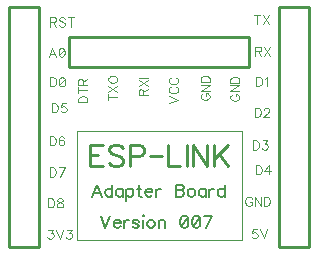
<source format=gbr>
G04 DipTrace 3.0.0.2*
G04 TopSilk.gbr*
%MOIN*%
G04 #@! TF.FileFunction,Legend,Top*
G04 #@! TF.Part,Single*
%ADD10C,0.009843*%
%ADD16C,0.003937*%
%ADD26C,0.004632*%
%ADD27C,0.010807*%
%ADD28C,0.006176*%
%FSLAX26Y26*%
G04*
G70*
G90*
G75*
G01*
G04 TopSilk*
%LPD*%
X1431535Y1219016D2*
D10*
Y419016D1*
X1331535Y1219016D2*
X1431535D1*
X1331535D2*
Y419016D1*
X1431535D1*
X631535Y1019016D2*
X1231535D1*
X631535Y1119016D2*
X1231535D1*
X631535Y1019016D2*
Y1119016D1*
X1231535Y1019016D2*
Y1119016D1*
X431535Y419016D2*
Y1219016D1*
X531535Y419016D2*
X431535D1*
X531535D2*
Y1219016D1*
X431535D1*
X656535Y806516D2*
D16*
X1206535D1*
Y444016D1*
X656535D1*
Y806516D1*
X569132Y1171201D2*
D26*
X582032D1*
X586343Y1172660D1*
X587802Y1174086D1*
X589228Y1176938D1*
Y1179823D1*
X587802Y1182675D1*
X586343Y1184134D1*
X582032Y1185560D1*
X569132D1*
Y1155416D1*
X579180Y1171201D2*
X589228Y1155416D1*
X618588Y1181249D2*
X615736Y1184134D1*
X611425Y1185560D1*
X605688D1*
X601377Y1184134D1*
X598492Y1181249D1*
Y1178397D1*
X599951Y1175512D1*
X601377Y1174086D1*
X604229Y1172660D1*
X612851Y1169775D1*
X615736Y1168349D1*
X617162Y1166890D1*
X618588Y1164038D1*
Y1159727D1*
X615736Y1156875D1*
X611425Y1155416D1*
X605688D1*
X601377Y1156875D1*
X598492Y1159727D1*
X637899Y1185560D2*
Y1155416D1*
X627851Y1185560D2*
X647947D1*
X562517Y478527D2*
X578269D1*
X569680Y467053D1*
X573991D1*
X576843Y465627D1*
X578269Y464201D1*
X579728Y459890D1*
Y457038D1*
X578269Y452727D1*
X575417Y449842D1*
X571106Y448416D1*
X566795D1*
X562517Y449842D1*
X561091Y451301D1*
X559632Y454153D1*
X588992Y478560D2*
X600466Y448416D1*
X611940Y478560D1*
X624088Y478527D2*
X639840D1*
X631251Y467053D1*
X635562D1*
X638414Y465627D1*
X639840Y464201D1*
X641299Y459890D1*
Y457038D1*
X639840Y452727D1*
X636988Y449842D1*
X632677Y448416D1*
X628366D1*
X624088Y449842D1*
X622662Y451301D1*
X621203Y454153D1*
X1252632Y1073201D2*
X1265532D1*
X1269843Y1074660D1*
X1271302Y1076086D1*
X1272728Y1078938D1*
Y1081823D1*
X1271302Y1084675D1*
X1269843Y1086134D1*
X1265532Y1087560D1*
X1252632D1*
Y1057416D1*
X1262680Y1073201D2*
X1272728Y1057416D1*
X1281992Y1087560D2*
X1302088Y1057416D1*
Y1087560D2*
X1281992Y1057416D1*
X1258680Y1192560D2*
Y1162416D1*
X1248632Y1192560D2*
X1268728D1*
X1277992D2*
X1298088Y1162416D1*
Y1192560D2*
X1277992Y1162416D1*
X1241154Y580397D2*
X1239728Y583249D1*
X1236843Y586134D1*
X1233991Y587560D1*
X1228254D1*
X1225369Y586134D1*
X1222517Y583249D1*
X1221058Y580397D1*
X1219632Y576086D1*
Y568890D1*
X1221058Y564612D1*
X1222517Y561727D1*
X1225369Y558875D1*
X1228254Y557416D1*
X1233991D1*
X1236843Y558875D1*
X1239728Y561727D1*
X1241154Y564612D1*
Y568890D1*
X1233991D1*
X1270514Y587560D2*
Y557416D1*
X1250418Y587560D1*
Y557416D1*
X1279777Y587560D2*
Y557416D1*
X1289825D1*
X1294136Y558875D1*
X1297021Y561727D1*
X1298447Y564612D1*
X1299873Y568890D1*
Y576086D1*
X1298447Y580397D1*
X1297021Y583249D1*
X1294136Y586134D1*
X1289825Y587560D1*
X1279777D1*
X1176536Y929582D2*
X1173684Y928156D1*
X1170799Y925271D1*
X1169373Y922419D1*
Y916682D1*
X1170799Y913797D1*
X1173684Y910945D1*
X1176536Y909486D1*
X1180847Y908060D1*
X1188043D1*
X1192321Y909486D1*
X1195206Y910945D1*
X1198058Y913797D1*
X1199517Y916682D1*
Y922419D1*
X1198058Y925271D1*
X1195206Y928156D1*
X1192321Y929582D1*
X1188043D1*
Y922419D1*
X1169373Y958942D2*
X1199517Y958941D1*
X1169373Y938846D1*
X1199517D1*
X1169373Y968205D2*
X1199517D1*
Y978253D1*
X1198058Y982564D1*
X1195206Y985449D1*
X1192321Y986875D1*
X1188043Y988301D1*
X1180847D1*
X1176536Y986875D1*
X1173684Y985449D1*
X1170799Y982564D1*
X1169373Y978253D1*
Y968205D1*
X1077536Y932582D2*
X1074684Y931156D1*
X1071799Y928271D1*
X1070373Y925419D1*
Y919682D1*
X1071799Y916797D1*
X1074684Y913945D1*
X1077536Y912486D1*
X1081847Y911060D1*
X1089043D1*
X1093321Y912486D1*
X1096206Y913945D1*
X1099058Y916797D1*
X1100517Y919682D1*
Y925419D1*
X1099058Y928271D1*
X1096206Y931156D1*
X1093321Y932582D1*
X1089043D1*
Y925419D1*
X1070373Y961942D2*
X1100517Y961941D1*
X1070373Y941846D1*
X1100517D1*
X1070373Y971205D2*
X1100517D1*
Y981253D1*
X1099058Y985564D1*
X1096206Y988449D1*
X1093321Y989875D1*
X1089043Y991301D1*
X1081847D1*
X1077536Y989875D1*
X1074684Y988449D1*
X1071799Y985564D1*
X1070373Y981253D1*
Y971205D1*
X964512Y900421D2*
X994657Y911895D1*
X964513Y923369D1*
X971675Y954154D2*
X968824Y952728D1*
X965939Y949843D1*
X964513Y946991D1*
Y941254D1*
X965939Y938369D1*
X968824Y935517D1*
X971675Y934058D1*
X975987Y932632D1*
X983183D1*
X987460Y934058D1*
X990346Y935517D1*
X993197Y938369D1*
X994657Y941254D1*
Y946991D1*
X993197Y949843D1*
X990346Y952728D1*
X987460Y954154D1*
X971675Y984940D2*
X968824Y983514D1*
X965938Y980629D1*
X964513Y977777D1*
Y972040D1*
X965938Y969155D1*
X968824Y966303D1*
X971675Y964844D1*
X975986Y963418D1*
X983183D1*
X987460Y964844D1*
X990345Y966303D1*
X993197Y969155D1*
X994657Y972040D1*
Y977777D1*
X993197Y980629D1*
X990345Y983514D1*
X987460Y984940D1*
X662659Y903274D2*
X692803D1*
X692804Y913322D1*
X691344Y917633D1*
X688493Y920518D1*
X685607Y921944D1*
X681330Y923370D1*
X674133D1*
X669822Y921944D1*
X666971Y920518D1*
X664085Y917633D1*
X662659Y913322D1*
Y903274D1*
X662660Y942682D2*
X692804Y942681D1*
X662660Y932634D2*
Y952729D1*
X677019Y961993D2*
Y974893D1*
X675559Y979204D1*
X674133Y980663D1*
X671282Y982089D1*
X668396D1*
X665545Y980663D1*
X664085Y979204D1*
X662660Y974893D1*
Y961993D1*
X692803D1*
X677019Y972041D2*
X692803Y982089D1*
X762086Y919396D2*
X792230Y919395D1*
X762086Y909348D2*
Y929443D1*
Y938707D2*
X792230Y958803D1*
X762086D2*
X792230Y938707D1*
X762086Y976689D2*
X763512Y973803D1*
X766397Y970952D1*
X769249Y969492D1*
X773560Y968067D1*
X780756D1*
X785034Y969492D1*
X787919Y970952D1*
X790771Y973803D1*
X792230Y976689D1*
Y982426D1*
X790771Y985277D1*
X787919Y988162D1*
X785034Y989588D1*
X780756Y991014D1*
X773560D1*
X769249Y989588D1*
X766397Y988163D1*
X763512Y985277D1*
X762086Y982426D1*
Y976689D1*
X877971Y926321D2*
Y939221D1*
X876512Y943532D1*
X875086Y944991D1*
X872234Y946417D1*
X869349D1*
X866497Y944991D1*
X865038Y943532D1*
X863612Y939221D1*
Y926321D1*
X893756D1*
X877971Y936369D2*
X893756Y946417D1*
X863612Y955681D2*
X893756Y975777D1*
X863612D2*
X893756Y955681D1*
X863612Y985040D2*
X893756D1*
X743206Y760493D2*
D27*
X699720D1*
Y690157D1*
X743206D1*
X699720Y726988D2*
X726493D1*
X811712Y750434D2*
X805057Y757166D1*
X794998Y760493D1*
X781612D1*
X771553Y757166D1*
X764821Y750434D1*
Y743779D1*
X768226Y737047D1*
X771553Y733720D1*
X778207Y730393D1*
X798325Y723661D1*
X805057Y720334D1*
X808384Y716929D1*
X811712Y710275D1*
Y700216D1*
X805057Y693561D1*
X794998Y690157D1*
X781612D1*
X771553Y693561D1*
X764821Y700216D1*
X833327Y723661D2*
X863504D1*
X873485Y726988D1*
X876890Y730393D1*
X880217Y737047D1*
Y747106D1*
X876890Y753761D1*
X873485Y757166D1*
X863504Y760493D1*
X833327D1*
Y690157D1*
X901832Y725286D2*
X940521D1*
X962136Y760493D2*
Y690157D1*
X1002295D1*
X1023910Y760493D2*
Y690157D1*
X1092415Y760493D2*
Y690157D1*
X1045525Y760493D1*
Y690157D1*
X1114030Y760493D2*
Y690157D1*
X1160921Y760493D2*
X1114030Y713602D1*
X1130744Y730393D2*
X1160921Y690157D1*
X740046Y588476D2*
D28*
X724703Y628668D1*
X709404Y588476D1*
X715152Y601873D2*
X734298D1*
X775345Y628668D2*
Y588476D1*
Y609523D2*
X771542Y613369D1*
X767696Y615271D1*
X761948D1*
X758145Y613369D1*
X754298Y609523D1*
X752397Y603775D1*
Y599972D1*
X754298Y594224D1*
X758145Y590421D1*
X761948Y588476D1*
X767696D1*
X771542Y590421D1*
X775345Y594224D1*
X810644Y615271D2*
Y588476D1*
Y609523D2*
X806842Y613369D1*
X802995Y615271D1*
X797291D1*
X793444Y613369D1*
X789642Y609523D1*
X787696Y603775D1*
Y599972D1*
X789642Y594224D1*
X793444Y590421D1*
X797291Y588476D1*
X802995D1*
X806842Y590421D1*
X810644Y594224D1*
X822996Y615271D2*
Y575079D1*
Y609523D2*
X826842Y613325D1*
X830645Y615271D1*
X836393D1*
X840240Y613325D1*
X844042Y609523D1*
X845988Y603775D1*
Y599928D1*
X844042Y594224D1*
X840240Y590377D1*
X836393Y588476D1*
X830645D1*
X826842Y590377D1*
X822996Y594224D1*
X864087Y628668D2*
Y596125D1*
X865988Y590421D1*
X869835Y588476D1*
X873638D1*
X858339Y615271D2*
X871736D1*
X885989Y603775D2*
X908937D1*
Y607621D1*
X907036Y611468D1*
X905134Y613369D1*
X901288Y615271D1*
X895540D1*
X891737Y613369D1*
X887890Y609523D1*
X885989Y603775D1*
Y599972D1*
X887890Y594224D1*
X891737Y590421D1*
X895540Y588476D1*
X901288D1*
X905134Y590421D1*
X908937Y594224D1*
X921288Y615271D2*
Y588476D1*
Y603775D2*
X923234Y609523D1*
X927036Y613369D1*
X930883Y615271D1*
X936631D1*
X987863Y628668D2*
Y588476D1*
X1005107D1*
X1010856Y590421D1*
X1012757Y592323D1*
X1014658Y596125D1*
Y601873D1*
X1012757Y605720D1*
X1010856Y607621D1*
X1005107Y609523D1*
X1010856Y611468D1*
X1012757Y613369D1*
X1014658Y617172D1*
Y621019D1*
X1012757Y624821D1*
X1010856Y626767D1*
X1005107Y628668D1*
X987863D1*
Y609523D2*
X1005107D1*
X1036560Y615271D2*
X1032757Y613369D1*
X1028911Y609523D1*
X1027009Y603775D1*
Y599972D1*
X1028911Y594224D1*
X1032757Y590421D1*
X1036560Y588476D1*
X1042308D1*
X1046155Y590421D1*
X1049957Y594224D1*
X1051903Y599972D1*
Y603775D1*
X1049957Y609523D1*
X1046155Y613369D1*
X1042308Y615271D1*
X1036560D1*
X1087202D2*
Y588476D1*
Y609523D2*
X1083400Y613369D1*
X1079553Y615271D1*
X1073849D1*
X1070002Y613369D1*
X1066200Y609523D1*
X1064254Y603775D1*
Y599972D1*
X1066200Y594224D1*
X1070002Y590421D1*
X1073849Y588476D1*
X1079553D1*
X1083400Y590421D1*
X1087202Y594224D1*
X1099554Y615271D2*
Y588476D1*
Y603775D2*
X1101499Y609523D1*
X1105302Y613369D1*
X1109148Y615271D1*
X1114896D1*
X1150196Y628668D2*
Y588476D1*
Y609523D2*
X1146393Y613369D1*
X1142546Y615271D1*
X1136798D1*
X1132996Y613369D1*
X1129149Y609523D1*
X1127248Y603775D1*
Y599972D1*
X1129149Y594224D1*
X1132996Y590421D1*
X1136798Y588476D1*
X1142546D1*
X1146393Y590421D1*
X1150196Y594224D1*
X737404Y524168D2*
X752703Y483976D1*
X768001Y524168D1*
X780353Y499275D2*
X803301D1*
Y503121D1*
X801399Y506968D1*
X799498Y508869D1*
X795651Y510771D1*
X789903D1*
X786101Y508869D1*
X782254Y505023D1*
X780353Y499275D1*
Y495472D1*
X782254Y489724D1*
X786101Y485921D1*
X789903Y483976D1*
X795651D1*
X799498Y485921D1*
X803301Y489724D1*
X815652Y510771D2*
Y483976D1*
Y499275D2*
X817598Y505023D1*
X821400Y508869D1*
X825247Y510771D1*
X830995D1*
X864393Y505023D2*
X862492Y508869D1*
X856744Y510771D1*
X850996D1*
X845248Y508869D1*
X843346Y505023D1*
X845248Y501220D1*
X849094Y499275D1*
X858645Y497373D1*
X862492Y495472D1*
X864393Y491625D1*
Y489724D1*
X862492Y485921D1*
X856744Y483976D1*
X850996D1*
X845248Y485921D1*
X843346Y489724D1*
X876744Y524168D2*
X878646Y522267D1*
X880591Y524168D1*
X878646Y526113D1*
X876744Y524168D1*
X878646Y510771D2*
Y483976D1*
X902493Y510771D2*
X898690Y508869D1*
X894844Y505023D1*
X892942Y499275D1*
Y495472D1*
X894844Y489724D1*
X898690Y485921D1*
X902493Y483976D1*
X908241D1*
X912088Y485921D1*
X915890Y489724D1*
X917836Y495472D1*
Y499275D1*
X915890Y505023D1*
X912088Y508869D1*
X908241Y510771D1*
X902493D1*
X930187D2*
Y483976D1*
Y503121D2*
X935935Y508869D1*
X939782Y510771D1*
X945486D1*
X949333Y508869D1*
X951234Y503121D1*
Y483976D1*
X1013962Y524124D2*
X1008214Y522222D1*
X1004367Y516474D1*
X1002466Y506924D1*
Y501176D1*
X1004367Y491625D1*
X1008214Y485877D1*
X1013962Y483976D1*
X1017765D1*
X1023513Y485877D1*
X1027315Y491625D1*
X1029261Y501176D1*
Y506924D1*
X1027315Y516474D1*
X1023513Y522222D1*
X1017765Y524124D1*
X1013962D1*
X1027315Y516474D2*
X1004367Y491625D1*
X1053108Y524124D2*
X1047360Y522222D1*
X1043513Y516474D1*
X1041612Y506924D1*
Y501176D1*
X1043513Y491625D1*
X1047360Y485877D1*
X1053108Y483976D1*
X1056911D1*
X1062659Y485877D1*
X1066461Y491625D1*
X1068407Y501176D1*
Y506924D1*
X1066461Y516474D1*
X1062659Y522222D1*
X1056911Y524124D1*
X1053108D1*
X1066461Y516474D2*
X1043513Y491625D1*
X1088407Y483976D2*
X1107553Y524124D1*
X1080758D1*
X587613Y1054416D2*
D26*
X576106Y1084560D1*
X564632Y1054416D1*
X568943Y1064464D2*
X583302D1*
X605499Y1084527D2*
X601188Y1083101D1*
X598303Y1078790D1*
X596877Y1071627D1*
Y1067316D1*
X598303Y1060153D1*
X601188Y1055842D1*
X605499Y1054416D1*
X608351D1*
X612662Y1055842D1*
X615514Y1060153D1*
X616973Y1067316D1*
Y1071627D1*
X615514Y1078790D1*
X612662Y1083101D1*
X608351Y1084527D1*
X605499D1*
X615514Y1078790D2*
X598303Y1060153D1*
X568632Y986560D2*
Y956416D1*
X578680D1*
X582991Y957875D1*
X585876Y960727D1*
X587302Y963612D1*
X588728Y967890D1*
Y975086D1*
X587302Y979397D1*
X585876Y982249D1*
X582991Y985134D1*
X578680Y986560D1*
X568632D1*
X606614Y986527D2*
X602303Y985101D1*
X599418Y980790D1*
X597992Y973627D1*
Y969316D1*
X599418Y962153D1*
X602303Y957842D1*
X606614Y956416D1*
X609466D1*
X613777Y957842D1*
X616629Y962153D1*
X618088Y969316D1*
Y973627D1*
X616629Y980790D1*
X613777Y985101D1*
X609466Y986527D1*
X606614D1*
X616629Y980790D2*
X599418Y962153D1*
X574132Y899560D2*
Y869416D1*
X584180D1*
X588491Y870875D1*
X591376Y873727D1*
X592802Y876612D1*
X594228Y880890D1*
Y888086D1*
X592802Y892397D1*
X591376Y895249D1*
X588491Y898134D1*
X584180Y899560D1*
X574132D1*
X620703Y899527D2*
X606377D1*
X604951Y886627D1*
X606377Y888053D1*
X610688Y889512D1*
X614966D1*
X619277Y888053D1*
X622162Y885201D1*
X623588Y880890D1*
Y878038D1*
X622162Y873727D1*
X619277Y870842D1*
X614966Y869416D1*
X610688D1*
X606377Y870842D1*
X604951Y872301D1*
X603492Y875153D1*
X567132Y789560D2*
Y759416D1*
X577180D1*
X581491Y760875D1*
X584376Y763727D1*
X585802Y766612D1*
X587228Y770890D1*
Y778086D1*
X585802Y782397D1*
X584376Y785249D1*
X581491Y788134D1*
X577180Y789560D1*
X567132D1*
X613703Y785249D2*
X612277Y788101D1*
X607966Y789527D1*
X605114D1*
X600803Y788101D1*
X597918Y783790D1*
X596492Y776627D1*
Y769464D1*
X597918Y763727D1*
X600803Y760842D1*
X605114Y759416D1*
X606540D1*
X610818Y760842D1*
X613703Y763727D1*
X615129Y768038D1*
Y769464D1*
X613703Y773775D1*
X610818Y776627D1*
X606540Y778053D1*
X605114D1*
X600803Y776627D1*
X597918Y773775D1*
X596492Y769464D1*
X567132Y685560D2*
Y655416D1*
X577180D1*
X581491Y656875D1*
X584376Y659727D1*
X585802Y662612D1*
X587228Y666890D1*
Y674086D1*
X585802Y678397D1*
X584376Y681249D1*
X581491Y684134D1*
X577180Y685560D1*
X567132D1*
X602229Y655416D2*
X616588Y685527D1*
X596492D1*
X562132Y582560D2*
Y552416D1*
X572180D1*
X576491Y553875D1*
X579376Y556727D1*
X580802Y559612D1*
X582228Y563890D1*
Y571086D1*
X580802Y575397D1*
X579376Y578249D1*
X576491Y581134D1*
X572180Y582560D1*
X562132D1*
X598655Y582527D2*
X594377Y581101D1*
X592918Y578249D1*
Y575364D1*
X594377Y572512D1*
X597229Y571053D1*
X602966Y569627D1*
X607277Y568201D1*
X610129Y565316D1*
X611555Y562464D1*
Y558153D1*
X610129Y555301D1*
X608703Y553842D1*
X604392Y552416D1*
X598655D1*
X594377Y553842D1*
X592918Y555301D1*
X591492Y558153D1*
Y562464D1*
X592918Y565316D1*
X595803Y568201D1*
X600081Y569627D1*
X605818Y571053D1*
X608703Y572512D1*
X610129Y575364D1*
Y578249D1*
X608703Y581101D1*
X604392Y582527D1*
X598655D1*
X1254632Y987560D2*
Y957416D1*
X1264680D1*
X1268991Y958875D1*
X1271876Y961727D1*
X1273302Y964612D1*
X1274728Y968890D1*
Y976086D1*
X1273302Y980397D1*
X1271876Y983249D1*
X1268991Y986134D1*
X1264680Y987560D1*
X1254632D1*
X1283992Y981790D2*
X1286877Y983249D1*
X1291188Y987527D1*
Y957416D1*
X1250132Y884560D2*
Y854416D1*
X1260180D1*
X1264491Y855875D1*
X1267376Y858727D1*
X1268802Y861612D1*
X1270228Y865890D1*
Y873086D1*
X1268802Y877397D1*
X1267376Y880249D1*
X1264491Y883134D1*
X1260180Y884560D1*
X1250132D1*
X1280951Y877364D2*
Y878790D1*
X1282377Y881675D1*
X1283803Y883101D1*
X1286688Y884527D1*
X1292425D1*
X1295277Y883101D1*
X1296703Y881675D1*
X1298162Y878790D1*
Y875938D1*
X1296703Y873053D1*
X1293851Y868775D1*
X1279492Y854416D1*
X1299588D1*
X1244632Y775560D2*
Y745416D1*
X1254680D1*
X1258991Y746875D1*
X1261876Y749727D1*
X1263302Y752612D1*
X1264728Y756890D1*
Y764086D1*
X1263302Y768397D1*
X1261876Y771249D1*
X1258991Y774134D1*
X1254680Y775560D1*
X1244632D1*
X1276877Y775527D2*
X1292629D1*
X1284040Y764053D1*
X1288351D1*
X1291203Y762627D1*
X1292629Y761201D1*
X1294088Y756890D1*
Y754038D1*
X1292629Y749727D1*
X1289777Y746842D1*
X1285466Y745416D1*
X1281155D1*
X1276877Y746842D1*
X1275451Y748301D1*
X1273992Y751153D1*
X1253132Y692560D2*
Y662416D1*
X1263180D1*
X1267491Y663875D1*
X1270376Y666727D1*
X1271802Y669612D1*
X1273228Y673890D1*
Y681086D1*
X1271802Y685397D1*
X1270376Y688249D1*
X1267491Y691134D1*
X1263180Y692560D1*
X1253132D1*
X1296851Y662416D2*
Y692527D1*
X1282492Y672464D1*
X1304014D1*
X1257343Y479527D2*
X1243017D1*
X1241591Y466627D1*
X1243017Y468053D1*
X1247328Y469512D1*
X1251606D1*
X1255917Y468053D1*
X1258802Y465201D1*
X1260228Y460890D1*
Y458038D1*
X1258802Y453727D1*
X1255917Y450842D1*
X1251606Y449416D1*
X1247328D1*
X1243017Y450842D1*
X1241591Y452301D1*
X1240132Y455153D1*
X1269492Y479560D2*
X1280966Y449416D1*
X1292440Y479560D1*
M02*

</source>
